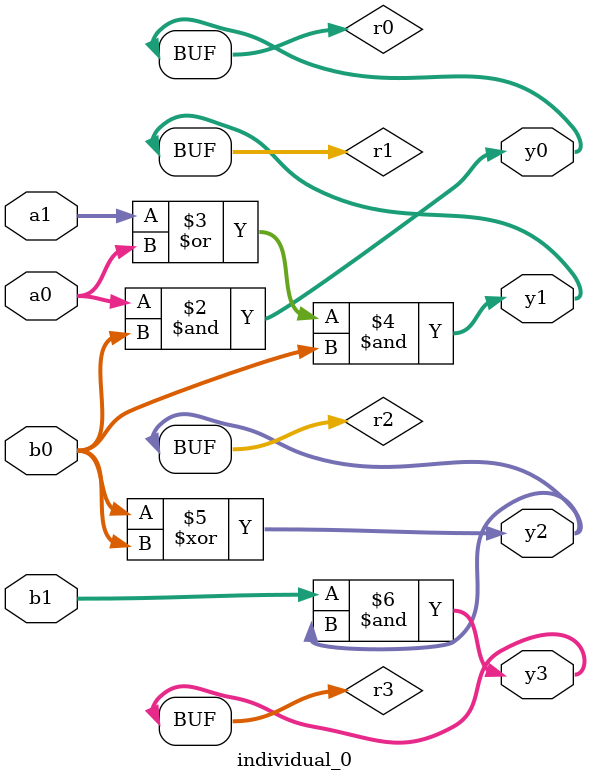
<source format=sv>
module individual_0(input logic [15:0] a1, input logic [15:0] a0, input logic [15:0] b1, input logic [15:0] b0, output logic [15:0] y3, output logic [15:0] y2, output logic [15:0] y1, output logic [15:0] y0);
logic [15:0] r0, r1, r2, r3; 
 always@(*) begin 
	 r0 = a0; r1 = a1; r2 = b0; r3 = b1; 
 	 r0  &=  b0 ;
 	 r1  |=  a0 ;
 	 r1  &=  r2 ;
 	 r2  ^=  b0 ;
 	 r3  &=  r2 ;
 	 y3 = r3; y2 = r2; y1 = r1; y0 = r0; 
end
endmodule
</source>
